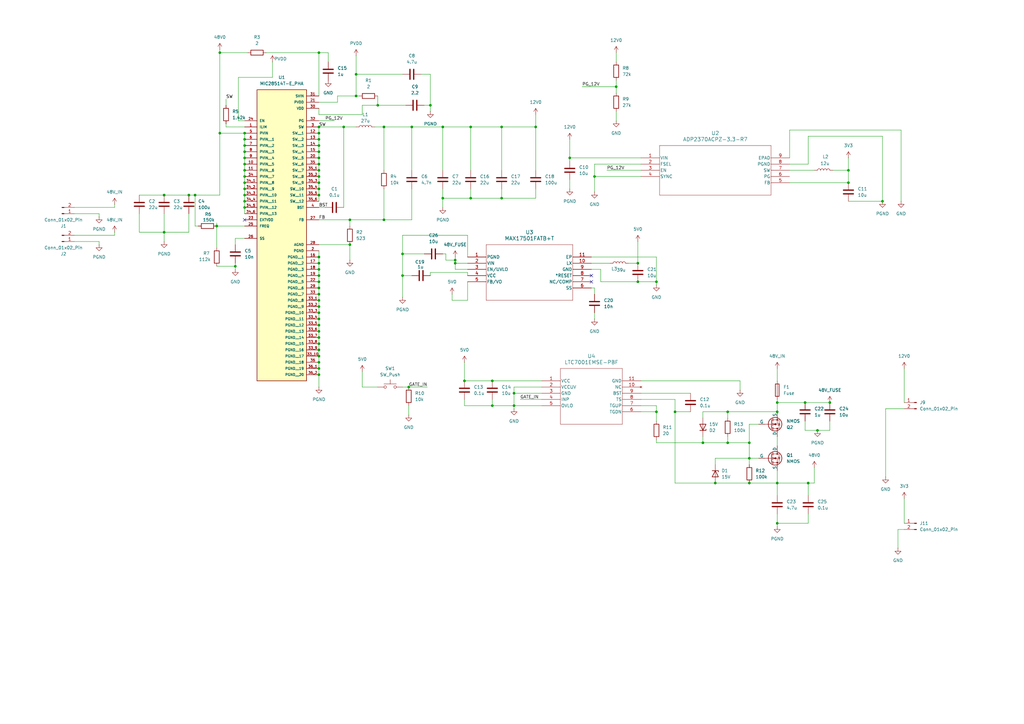
<source format=kicad_sch>
(kicad_sch (version 20250114) (generator "eeschema") (generator_version "9.0")
  (paper "A3")
  (junction (at 190.5 156.21))
  (junction (at 201.93 166.37))
  (junction (at 201.93 156.21))
  (junction (at 276.86 168.91))
  (junction (at 130.81 67.31))
  (junction (at 130.81 105.41))
  (junction (at 100.33 64.77))
  (junction (at 130.81 143.51))
  (junction (at 77.47 80.01))
  (junction (at 130.81 21.59))
  (junction (at 67.31 95.25))
  (junction (at 130.81 133.35))
  (junction (at 233.68 64.77))
  (junction (at 340.36 165.1))
  (junction (at 130.81 54.61))
  (junction (at 307.34 198.12))
  (junction (at 130.81 153.67))
  (junction (at 298.45 168.91))
  (junction (at 130.81 118.11))
  (junction (at 146.05 30.48))
  (junction (at 130.81 77.47))
  (junction (at 269.24 168.91))
  (junction (at 100.33 59.69))
  (junction (at 130.81 138.43))
  (junction (at 90.17 21.59))
  (junction (at 130.81 130.81))
  (junction (at 100.33 69.85))
  (junction (at 165.1 113.03))
  (junction (at 100.33 82.55))
  (junction (at 130.81 64.77))
  (junction (at 193.04 52.07))
  (junction (at 252.73 35.56))
  (junction (at 88.9 92.71))
  (junction (at 90.17 54.61))
  (junction (at 186.69 106.68))
  (junction (at 130.81 72.39))
  (junction (at 205.74 52.07))
  (junction (at 318.77 214.63))
  (junction (at 100.33 54.61))
  (junction (at 100.33 77.47))
  (junction (at 130.81 151.13))
  (junction (at 130.81 80.01))
  (junction (at 219.71 52.07))
  (junction (at 130.81 52.07))
  (junction (at 210.82 166.37))
  (junction (at 100.33 80.01))
  (junction (at 100.33 67.31))
  (junction (at 186.69 107.95))
  (junction (at 165.1 104.14))
  (junction (at 67.31 80.01))
  (junction (at 318.77 198.12))
  (junction (at 100.33 57.15))
  (junction (at 181.61 52.07))
  (junction (at 130.81 62.23))
  (junction (at 335.28 176.53))
  (junction (at 130.81 110.49))
  (junction (at 80.01 80.01))
  (junction (at 140.97 52.07))
  (junction (at 293.37 198.12))
  (junction (at 307.34 187.96))
  (junction (at 347.98 74.93))
  (junction (at 130.81 120.65))
  (junction (at 318.77 168.91))
  (junction (at 347.98 69.85))
  (junction (at 331.47 198.12))
  (junction (at 210.82 161.29))
  (junction (at 130.81 135.89))
  (junction (at 143.51 90.17))
  (junction (at 157.48 52.07))
  (junction (at 100.33 72.39))
  (junction (at 330.2 165.1))
  (junction (at 130.81 146.05))
  (junction (at 130.81 140.97))
  (junction (at 167.64 158.75))
  (junction (at 130.81 107.95))
  (junction (at 130.81 128.27))
  (junction (at 243.84 72.39))
  (junction (at 261.62 107.95))
  (junction (at 193.04 81.28))
  (junction (at 130.81 69.85))
  (junction (at 261.62 115.57))
  (junction (at 181.61 81.28))
  (junction (at 168.91 52.07))
  (junction (at 146.05 39.37))
  (junction (at 143.51 100.33))
  (junction (at 307.34 181.61))
  (junction (at 100.33 74.93))
  (junction (at 130.81 74.93))
  (junction (at 130.81 123.19))
  (junction (at 130.81 57.15))
  (junction (at 318.77 165.1))
  (junction (at 361.95 82.55))
  (junction (at 154.94 43.18))
  (junction (at 100.33 62.23))
  (junction (at 130.81 113.03))
  (junction (at 130.81 59.69))
  (junction (at 298.45 181.61))
  (junction (at 205.74 81.28))
  (junction (at 100.33 85.09))
  (junction (at 130.81 115.57))
  (junction (at 288.29 181.61))
  (junction (at 269.24 115.57))
  (junction (at 130.81 148.59))
  (junction (at 96.52 109.22))
  (junction (at 157.48 90.17))
  (junction (at 176.53 43.18))
  (junction (at 130.81 125.73))
  (no_connect (at 242.57 113.03))
  (no_connect (at 100.33 90.17))
  (no_connect (at 242.57 115.57))
  (wire (pts (xy 205.74 52.07) (xy 219.71 52.07)))
  (wire (pts (xy 97.79 31.75) (xy 97.79 49.53)))
  (wire (pts (xy 303.53 156.21) (xy 303.53 160.02)))
  (wire (pts (xy 252.73 45.72) (xy 252.73 49.53)))
  (wire (pts (xy 130.81 59.69) (xy 130.81 62.23)))
  (wire (pts (xy 153.67 52.07) (xy 157.48 52.07)))
  (wire (pts (xy 30.48 96.52) (xy 46.99 96.52)))
  (wire (pts (xy 269.24 166.37) (xy 269.24 168.91)))
  (wire (pts (xy 276.86 168.91) (xy 283.21 168.91)))
  (wire (pts (xy 176.53 43.18) (xy 173.99 43.18)))
  (wire (pts (xy 80.01 80.01) (xy 80.01 92.71)))
  (wire (pts (xy 130.81 100.33) (xy 143.51 100.33)))
  (wire (pts (xy 57.15 80.01) (xy 67.31 80.01)))
  (wire (pts (xy 186.69 107.95) (xy 186.69 110.49)))
  (wire (pts (xy 90.17 54.61) (xy 90.17 80.01)))
  (wire (pts (xy 146.05 30.48) (xy 146.05 39.37)))
  (wire (pts (xy 100.33 69.85) (xy 100.33 72.39)))
  (wire (pts (xy 176.53 30.48) (xy 176.53 43.18)))
  (wire (pts (xy 165.1 96.52) (xy 165.1 104.14)))
  (wire (pts (xy 222.25 158.75) (xy 210.82 158.75)))
  (wire (pts (xy 88.9 109.22) (xy 96.52 109.22)))
  (wire (pts (xy 276.86 163.83) (xy 276.86 168.91)))
  (wire (pts (xy 242.57 118.11) (xy 243.84 118.11)))
  (wire (pts (xy 96.52 107.95) (xy 96.52 109.22)))
  (wire (pts (xy 248.92 69.85) (xy 262.89 69.85)))
  (wire (pts (xy 363.22 167.64) (xy 363.22 195.58)))
  (wire (pts (xy 191.77 107.95) (xy 186.69 107.95)))
  (wire (pts (xy 80.01 80.01) (xy 90.17 80.01)))
  (wire (pts (xy 80.01 92.71) (xy 81.28 92.71)))
  (wire (pts (xy 30.48 85.09) (xy 46.99 85.09)))
  (wire (pts (xy 210.82 158.75) (xy 210.82 161.29)))
  (wire (pts (xy 368.3 217.17) (xy 368.3 224.79)))
  (wire (pts (xy 340.36 176.53) (xy 335.28 176.53)))
  (wire (pts (xy 154.94 43.18) (xy 154.94 39.37)))
  (wire (pts (xy 323.85 74.93) (xy 347.98 74.93)))
  (wire (pts (xy 318.77 165.1) (xy 318.77 168.91)))
  (wire (pts (xy 92.71 50.8) (xy 92.71 52.07)))
  (wire (pts (xy 130.81 67.31) (xy 130.81 69.85)))
  (wire (pts (xy 130.81 135.89) (xy 130.81 138.43)))
  (wire (pts (xy 130.81 102.87) (xy 130.81 105.41)))
  (wire (pts (xy 143.51 100.33) (xy 143.51 106.68)))
  (wire (pts (xy 96.52 109.22) (xy 96.52 110.49)))
  (wire (pts (xy 101.6 21.59) (xy 90.17 21.59)))
  (wire (pts (xy 307.34 190.5) (xy 307.34 187.96)))
  (wire (pts (xy 97.79 49.53) (xy 100.33 49.53)))
  (wire (pts (xy 185.42 120.65) (xy 185.42 123.19)))
  (wire (pts (xy 130.81 74.93) (xy 130.81 77.47)))
  (wire (pts (xy 246.38 115.57) (xy 261.62 115.57)))
  (wire (pts (xy 193.04 81.28) (xy 205.74 81.28)))
  (wire (pts (xy 146.05 30.48) (xy 165.1 30.48)))
  (wire (pts (xy 233.68 64.77) (xy 233.68 66.04)))
  (wire (pts (xy 88.9 91.44) (xy 88.9 92.71)))
  (wire (pts (xy 257.81 107.95) (xy 261.62 107.95)))
  (wire (pts (xy 130.81 72.39) (xy 130.81 74.93)))
  (wire (pts (xy 318.77 179.07) (xy 318.77 182.88)))
  (wire (pts (xy 67.31 80.01) (xy 77.47 80.01)))
  (wire (pts (xy 138.43 41.91) (xy 130.81 41.91)))
  (wire (pts (xy 130.81 113.03) (xy 130.81 115.57)))
  (wire (pts (xy 40.64 99.06) (xy 40.64 100.33)))
  (wire (pts (xy 165.1 104.14) (xy 173.99 104.14)))
  (wire (pts (xy 201.93 166.37) (xy 210.82 166.37)))
  (wire (pts (xy 172.72 30.48) (xy 176.53 30.48)))
  (wire (pts (xy 186.69 110.49) (xy 191.77 110.49)))
  (wire (pts (xy 181.61 52.07) (xy 181.61 69.85)))
  (wire (pts (xy 146.05 22.86) (xy 146.05 30.48)))
  (wire (pts (xy 130.81 130.81) (xy 130.81 133.35)))
  (wire (pts (xy 130.81 46.99) (xy 148.59 46.99)))
  (wire (pts (xy 157.48 69.85) (xy 157.48 52.07)))
  (wire (pts (xy 167.64 166.37) (xy 167.64 170.18)))
  (wire (pts (xy 201.93 156.21) (xy 222.25 156.21)))
  (wire (pts (xy 147.32 39.37) (xy 146.05 39.37)))
  (wire (pts (xy 252.73 21.59) (xy 252.73 25.4)))
  (wire (pts (xy 262.89 161.29) (xy 283.21 161.29)))
  (wire (pts (xy 181.61 81.28) (xy 193.04 81.28)))
  (wire (pts (xy 181.61 81.28) (xy 181.61 85.09)))
  (wire (pts (xy 130.81 90.17) (xy 143.51 90.17)))
  (wire (pts (xy 330.2 172.72) (xy 330.2 176.53)))
  (wire (pts (xy 318.77 163.83) (xy 318.77 165.1)))
  (wire (pts (xy 243.84 118.11) (xy 243.84 120.65)))
  (wire (pts (xy 92.71 43.18) (xy 92.71 40.64)))
  (wire (pts (xy 181.61 77.47) (xy 181.61 81.28)))
  (wire (pts (xy 96.52 97.79) (xy 100.33 97.79)))
  (wire (pts (xy 130.81 123.19) (xy 130.81 125.73)))
  (wire (pts (xy 369.57 53.34) (xy 369.57 82.55)))
  (wire (pts (xy 46.99 85.09) (xy 46.99 83.82)))
  (wire (pts (xy 331.47 198.12) (xy 334.01 198.12)))
  (wire (pts (xy 190.5 148.59) (xy 190.5 156.21)))
  (wire (pts (xy 276.86 168.91) (xy 276.86 198.12)))
  (wire (pts (xy 130.81 69.85) (xy 130.81 72.39)))
  (wire (pts (xy 347.98 69.85) (xy 341.63 69.85)))
  (wire (pts (xy 100.33 77.47) (xy 100.33 80.01)))
  (wire (pts (xy 157.48 52.07) (xy 168.91 52.07)))
  (wire (pts (xy 130.81 52.07) (xy 140.97 52.07)))
  (wire (pts (xy 165.1 158.75) (xy 167.64 158.75)))
  (wire (pts (xy 130.81 49.53) (xy 137.16 49.53)))
  (wire (pts (xy 100.33 67.31) (xy 100.33 69.85)))
  (wire (pts (xy 157.48 90.17) (xy 157.48 77.47)))
  (wire (pts (xy 130.81 125.73) (xy 130.81 128.27)))
  (wire (pts (xy 168.91 90.17) (xy 157.48 90.17)))
  (wire (pts (xy 130.81 143.51) (xy 130.81 146.05)))
  (wire (pts (xy 100.33 62.23) (xy 100.33 64.77)))
  (wire (pts (xy 100.33 59.69) (xy 100.33 62.23)))
  (wire (pts (xy 191.77 115.57) (xy 191.77 123.19)))
  (wire (pts (xy 261.62 115.57) (xy 269.24 115.57)))
  (wire (pts (xy 246.38 110.49) (xy 246.38 115.57)))
  (wire (pts (xy 219.71 52.07) (xy 219.71 69.85)))
  (wire (pts (xy 331.47 214.63) (xy 318.77 214.63)))
  (wire (pts (xy 219.71 81.28) (xy 219.71 77.47)))
  (wire (pts (xy 191.77 123.19) (xy 185.42 123.19)))
  (wire (pts (xy 109.22 21.59) (xy 130.81 21.59)))
  (wire (pts (xy 269.24 168.91) (xy 262.89 168.91)))
  (wire (pts (xy 143.51 90.17) (xy 157.48 90.17)))
  (wire (pts (xy 323.85 53.34) (xy 323.85 64.77)))
  (wire (pts (xy 331.47 55.88) (xy 331.47 67.31)))
  (wire (pts (xy 100.33 85.09) (xy 100.33 87.63)))
  (wire (pts (xy 193.04 52.07) (xy 193.04 69.85)))
  (wire (pts (xy 130.81 57.15) (xy 130.81 59.69)))
  (wire (pts (xy 130.81 21.59) (xy 134.62 21.59)))
  (wire (pts (xy 370.84 217.17) (xy 368.3 217.17)))
  (wire (pts (xy 347.98 82.55) (xy 361.95 82.55)))
  (wire (pts (xy 340.36 172.72) (xy 340.36 176.53)))
  (wire (pts (xy 269.24 115.57) (xy 269.24 116.84)))
  (wire (pts (xy 318.77 214.63) (xy 318.77 215.9)))
  (wire (pts (xy 77.47 87.63) (xy 77.47 95.25)))
  (wire (pts (xy 165.1 113.03) (xy 168.91 113.03)))
  (wire (pts (xy 130.81 115.57) (xy 130.81 118.11)))
  (wire (pts (xy 298.45 168.91) (xy 318.77 168.91)))
  (wire (pts (xy 77.47 80.01) (xy 80.01 80.01)))
  (wire (pts (xy 130.81 64.77) (xy 130.81 67.31)))
  (wire (pts (xy 130.81 133.35) (xy 130.81 135.89)))
  (wire (pts (xy 191.77 111.76) (xy 191.77 113.03)))
  (wire (pts (xy 167.64 158.75) (xy 175.26 158.75)))
  (wire (pts (xy 130.81 151.13) (xy 130.81 153.67)))
  (wire (pts (xy 182.88 104.14) (xy 182.88 106.68)))
  (wire (pts (xy 193.04 52.07) (xy 205.74 52.07)))
  (wire (pts (xy 130.81 148.59) (xy 130.81 151.13)))
  (wire (pts (xy 130.81 62.23) (xy 130.81 64.77)))
  (wire (pts (xy 182.88 106.68) (xy 186.69 106.68)))
  (wire (pts (xy 323.85 67.31) (xy 331.47 67.31)))
  (wire (pts (xy 165.1 113.03) (xy 165.1 121.92)))
  (wire (pts (xy 293.37 198.12) (xy 307.34 198.12)))
  (wire (pts (xy 130.81 77.47) (xy 130.81 80.01)))
  (wire (pts (xy 201.93 163.83) (xy 201.93 166.37)))
  (wire (pts (xy 67.31 87.63) (xy 67.31 95.25)))
  (wire (pts (xy 298.45 181.61) (xy 307.34 181.61)))
  (wire (pts (xy 205.74 81.28) (xy 219.71 81.28)))
  (wire (pts (xy 370.84 204.47) (xy 370.84 214.63)))
  (wire (pts (xy 57.15 87.63) (xy 57.15 95.25)))
  (wire (pts (xy 140.97 52.07) (xy 146.05 52.07)))
  (wire (pts (xy 330.2 176.53) (xy 335.28 176.53)))
  (wire (pts (xy 233.68 57.15) (xy 233.68 64.77)))
  (wire (pts (xy 191.77 96.52) (xy 165.1 96.52)))
  (wire (pts (xy 148.59 152.4) (xy 148.59 158.75)))
  (wire (pts (xy 288.29 181.61) (xy 298.45 181.61)))
  (wire (pts (xy 190.5 156.21) (xy 201.93 156.21)))
  (wire (pts (xy 130.81 138.43) (xy 130.81 140.97)))
  (wire (pts (xy 288.29 168.91) (xy 298.45 168.91)))
  (wire (pts (xy 243.84 72.39) (xy 243.84 78.74)))
  (wire (pts (xy 311.15 173.99) (xy 307.34 173.99)))
  (wire (pts (xy 40.64 87.63) (xy 40.64 88.9)))
  (wire (pts (xy 210.82 166.37) (xy 210.82 167.64)))
  (wire (pts (xy 293.37 187.96) (xy 293.37 190.5)))
  (wire (pts (xy 323.85 69.85) (xy 334.01 69.85)))
  (wire (pts (xy 130.81 105.41) (xy 130.81 107.95)))
  (wire (pts (xy 168.91 52.07) (xy 181.61 52.07)))
  (wire (pts (xy 146.05 39.37) (xy 138.43 39.37)))
  (wire (pts (xy 130.81 120.65) (xy 130.81 123.19)))
  (wire (pts (xy 288.29 179.07) (xy 288.29 181.61)))
  (wire (pts (xy 193.04 77.47) (xy 193.04 81.28)))
  (wire (pts (xy 168.91 52.07) (xy 168.91 69.85)))
  (wire (pts (xy 30.48 87.63) (xy 40.64 87.63)))
  (wire (pts (xy 90.17 21.59) (xy 90.17 54.61)))
  (wire (pts (xy 331.47 55.88) (xy 361.95 55.88)))
  (wire (pts (xy 130.81 153.67) (xy 130.81 158.75)))
  (wire (pts (xy 100.33 57.15) (xy 100.33 59.69)))
  (wire (pts (xy 30.48 99.06) (xy 40.64 99.06)))
  (wire (pts (xy 130.81 118.11) (xy 130.81 120.65)))
  (wire (pts (xy 100.33 74.93) (xy 100.33 77.47)))
  (wire (pts (xy 334.01 191.77) (xy 334.01 198.12)))
  (wire (pts (xy 243.84 128.27) (xy 243.84 130.81)))
  (wire (pts (xy 219.71 46.99) (xy 219.71 52.07)))
  (wire (pts (xy 262.89 163.83) (xy 276.86 163.83)))
  (wire (pts (xy 307.34 198.12) (xy 318.77 198.12)))
  (wire (pts (xy 88.9 92.71) (xy 100.33 92.71)))
  (wire (pts (xy 168.91 77.47) (xy 168.91 90.17)))
  (wire (pts (xy 176.53 111.76) (xy 191.77 111.76)))
  (wire (pts (xy 111.76 25.4) (xy 111.76 31.75)))
  (wire (pts (xy 276.86 198.12) (xy 293.37 198.12)))
  (wire (pts (xy 318.77 165.1) (xy 330.2 165.1)))
  (wire (pts (xy 242.57 105.41) (xy 269.24 105.41)))
  (wire (pts (xy 205.74 81.28) (xy 205.74 77.47)))
  (wire (pts (xy 67.31 95.25) (xy 67.31 99.06)))
  (wire (pts (xy 262.89 156.21) (xy 303.53 156.21)))
  (wire (pts (xy 154.94 43.18) (xy 166.37 43.18)))
  (wire (pts (xy 130.81 107.95) (xy 130.81 110.49)))
  (wire (pts (xy 331.47 198.12) (xy 331.47 203.2)))
  (wire (pts (xy 298.45 168.91) (xy 298.45 171.45)))
  (wire (pts (xy 252.73 35.56) (xy 252.73 38.1)))
  (wire (pts (xy 186.69 106.68) (xy 186.69 107.95)))
  (wire (pts (xy 176.53 43.18) (xy 176.53 45.72)))
  (wire (pts (xy 243.84 72.39) (xy 262.89 72.39)))
  (wire (pts (xy 134.62 21.59) (xy 134.62 25.4)))
  (wire (pts (xy 269.24 181.61) (xy 288.29 181.61)))
  (wire (pts (xy 323.85 53.34) (xy 369.57 53.34)))
  (wire (pts (xy 233.68 64.77) (xy 262.89 64.77)))
  (wire (pts (xy 242.57 110.49) (xy 246.38 110.49)))
  (wire (pts (xy 138.43 39.37) (xy 138.43 41.91)))
  (wire (pts (xy 318.77 210.82) (xy 318.77 214.63)))
  (wire (pts (xy 165.1 104.14) (xy 165.1 113.03)))
  (wire (pts (xy 190.5 163.83) (xy 190.5 166.37)))
  (wire (pts (xy 181.61 104.14) (xy 182.88 104.14)))
  (wire (pts (xy 318.77 198.12) (xy 318.77 203.2)))
  (wire (pts (xy 298.45 179.07) (xy 298.45 181.61)))
  (wire (pts (xy 130.81 85.09) (xy 133.35 85.09)))
  (wire (pts (xy 307.34 181.61) (xy 307.34 187.96)))
  (wire (pts (xy 307.34 173.99) (xy 307.34 181.61)))
  (wire (pts (xy 148.59 158.75) (xy 154.94 158.75)))
  (wire (pts (xy 130.81 80.01) (xy 130.81 82.55)))
  (wire (pts (xy 130.81 39.37) (xy 130.81 21.59)))
  (wire (pts (xy 243.84 67.31) (xy 243.84 72.39)))
  (wire (pts (xy 67.31 95.25) (xy 77.47 95.25)))
  (wire (pts (xy 191.77 96.52) (xy 191.77 105.41)))
  (wire (pts (xy 318.77 198.12) (xy 331.47 198.12)))
  (wire (pts (xy 307.34 187.96) (xy 293.37 187.96)))
  (wire (pts (xy 370.84 167.64) (xy 363.22 167.64)))
  (wire (pts (xy 100.33 80.01) (xy 100.33 82.55)))
  (wire (pts (xy 88.9 92.71) (xy 88.9 101.6)))
  (wire (pts (xy 130.81 54.61) (xy 130.81 57.15)))
  (wire (pts (xy 347.98 74.93) (xy 347.98 69.85)))
  (wire (pts (xy 130.81 140.97) (xy 130.81 143.51)))
  (wire (pts (xy 238.76 35.56) (xy 252.73 35.56)))
  (wire (pts (xy 100.33 64.77) (xy 100.33 67.31)))
  (wire (pts (xy 130.81 110.49) (xy 130.81 113.03)))
  (wire (pts (xy 190.5 166.37) (xy 201.93 166.37)))
  (wire (pts (xy 140.97 52.07) (xy 140.97 85.09)))
  (wire (pts (xy 242.57 107.95) (xy 250.19 107.95)))
  (wire (pts (xy 210.82 166.37) (xy 222.25 166.37)))
  (wire (pts (xy 154.94 43.18) (xy 148.59 43.18)))
  (wire (pts (xy 130.81 52.07) (xy 130.81 54.61)))
  (wire (pts (xy 176.53 111.76) (xy 176.53 113.03)))
  (wire (pts (xy 193.04 52.07) (xy 181.61 52.07)))
  (wire (pts (xy 233.68 73.66) (xy 233.68 77.47)))
  (wire (pts (xy 307.34 187.96) (xy 311.15 187.96)))
  (wire (pts (xy 331.47 210.82) (xy 331.47 214.63)))
  (wire (pts (xy 97.79 31.75) (xy 111.76 31.75)))
  (wire (pts (xy 130.81 128.27) (xy 130.81 130.81)))
  (wire (pts (xy 361.95 55.88) (xy 361.95 82.55)))
  (wire (pts (xy 243.84 67.31) (xy 262.89 67.31)))
  (wire (pts (xy 347.98 64.77) (xy 347.98 69.85)))
  (wire (pts (xy 262.89 166.37) (xy 269.24 166.37)))
  (wire (pts (xy 57.15 95.25) (xy 67.31 95.25)))
  (wire (pts (xy 288.29 168.91) (xy 288.29 171.45)))
  (wire (pts (xy 205.74 52.07) (xy 205.74 69.85)))
  (wire (pts (xy 186.69 105.41) (xy 186.69 106.68)))
  (wire (pts (xy 90.17 20.32) (xy 90.17 21.59)))
  (wire (pts (xy 210.82 161.29) (xy 210.82 166.37)))
  (wire (pts (xy 213.36 163.83) (xy 222.25 163.83)))
  (wire (pts (xy 330.2 165.1) (xy 340.36 165.1)))
  (wire (pts (xy 130.81 146.05) (xy 130.81 148.59)))
  (wire (pts (xy 92.71 52.07) (xy 100.33 52.07)))
  (wire (pts (xy 370.84 151.13) (xy 370.84 165.1)))
  (wire (pts (xy 100.33 82.55) (xy 100.33 85.09)))
  (wire (pts (xy 46.99 96.52) (xy 46.99 95.25)))
  (wire (pts (xy 261.62 99.06) (xy 261.62 107.95)))
  (wire (pts (xy 269.24 105.41) (xy 269.24 115.57)))
  (wire (pts (xy 210.82 161.29) (xy 222.25 161.29)))
  (wire (pts (xy 269.24 168.91) (xy 269.24 172.72)))
  (wire (pts (xy 143.51 90.17) (xy 143.51 92.71)))
  (wire (pts (xy 318.77 193.04) (xy 318.77 198.12)))
  (wire (pts (xy 318.77 151.13) (xy 318.77 156.21)))
  (wire (pts (xy 90.17 54.61) (xy 100.33 54.61)))
  (wire (pts (xy 100.33 54.61) (xy 100.33 57.15)))
  (wire (pts (xy 269.24 180.34) (xy 269.24 181.61)))
  (wire (pts (xy 252.73 33.02) (xy 252.73 35.56)))
  (wire (pts (xy 130.81 46.99) (xy 130.81 44.45)))
  (wire (pts (xy 96.52 100.33) (xy 96.52 97.79)))
  (wire (pts (xy 148.59 46.99) (xy 148.59 43.18)))
  (wire (pts (xy 100.33 72.39) (xy 100.33 74.93)))
  (label "SW" (at 130.81 52.07 0))
  (label "GATE_IN" (at 213.36 163.83 0))
  (label "PG_12V" (at 238.76 35.56 0))
  (label "SW" (at 92.71 40.64 0))
  (label "PG_12V" (at 248.92 69.85 0))
  (label "PG_12V" (at 133.35 49.53 0))
  (label "BST" (at 130.81 85.09 0))
  (label "GATE_IN" (at 175.26 158.75 180))
  (label "FB" (at 130.81 90.17 0))
  (symbol (lib_id "power:GND") (at 243.84 130.81 0) (unit 1)
    (property "Reference" "#PWR048" (effects (hide yes)))
    (property "Value" "GND" (at 243.84 135.89 0))
    (property "Description" "Power symbol creates a global label with name \"GND\" , ground" (effects (hide yes)))
  )
  (symbol (lib_id "power:+12V") (at 347.98 64.77 0) (unit 1)
    (property "Reference" "#PWR035" (effects (hide yes)))
    (property "Value" "3V3" (at 347.98 59.69 0))
    (property "Description" "Power symbol creates a global label with name \"+12V\"" (effects (hide yes)))
  )
  (symbol (lib_id "Device:C") (at 205.74 73.66 0) (unit 1)
    (property "Reference" "C17" (at 209.55 72.3899 0) (effects (justify left)))
    (property "Value" "22u" (at 209.55 74.9299 0) (effects (justify left)))
    (property "Footprint" "Capacitor_SMD:C_0805_2012Metric" (effects (hide yes)))
    (property "Description" "Unpolarized capacitor" (effects (hide yes)))
  )
  (symbol (lib_id "power:+48V") (at 186.69 105.41 0) (unit 1)
    (property "Reference" "#PWR049" (effects (hide yes)))
    (property "Value" "48V_FUSE" (at 186.69 100.33 0))
    (property "Description" "Power symbol creates a global label with name \"+48V\"" (effects (hide yes)))
  )
  (symbol (lib_id "Device:L") (at 337.82 69.85 90) (unit 1)
    (property "Reference" "L2" (at 338.582 64.262 90))
    (property "Value" "12u" (at 338.328 67.056 90))
    (property "Footprint" "Inductor_SMD:L_0603_1608Metric" (effects (hide yes)))
    (property "Description" "Inductor" (effects (hide yes)))
  )
  (symbol (lib_id "Device:R") (at 167.64 162.56 0) (unit 1)
    (property "Reference" "R10" (at 170.18 161.2899 0) (effects (justify left)))
    (property "Value" "10k" (at 170.18 163.8299 0) (effects (justify left)))
    (property "Footprint" "Resistor_SMD:R_0805_2012Metric" (effects (hide yes)))
    (property "Description" "Resistor" (effects (hide yes)))
  )
  (symbol (lib_id "power:+48V") (at 46.99 83.82 0) (unit 1)
    (property "Reference" "#PWR08" (effects (hide yes)))
    (property "Value" "48V_IN" (at 46.99 78.74 0))
    (property "Description" "Power symbol creates a global label with name \"+48V\"" (effects (hide yes)))
  )
  (symbol (lib_id "Device:C") (at 243.84 124.46 0) (unit 1)
    (property "Reference" "C20" (at 247.65 123.1899 0) (effects (justify left)))
    (property "Value" "10n" (at 247.65 125.7299 0) (effects (justify left)))
    (property "Footprint" "Inductor_SMD:L_0805_2012Metric" (effects (hide yes)))
    (property "Description" "Unpolarized capacitor" (effects (hide yes)))
  )
  (symbol (lib_id "power:VDD") (at 146.05 22.86 0) (unit 1)
    (property "Reference" "#PWR022" (effects (hide yes)))
    (property "Value" "PVDD" (at 146.05 17.78 0))
    (property "Description" "Power symbol creates a global label with name \"VDD\"" (effects (hide yes)))
  )
  (symbol (lib_id "power:+48V") (at 190.5 148.59 0) (unit 1)
    (property "Reference" "#PWR045" (effects (hide yes)))
    (property "Value" "5V0" (at 190.5 143.51 0))
    (property "Description" "Power symbol creates a global label with name \"+48V\"" (effects (hide yes)))
  )
  (symbol (lib_id "Device:C") (at 168.91 73.66 0) (unit 1)
    (property "Reference" "C6" (at 172.72 72.3899 0) (effects (justify left)))
    (property "Value" "4.7n" (at 172.72 74.9299 0) (effects (justify left)))
    (property "Footprint" "Capacitor_SMD:C_0805_2012Metric" (effects (hide yes)))
    (property "Description" "Unpolarized capacitor" (effects (hide yes)))
  )
  (symbol (lib_id "ADP2370ACPZ-3.3-R7 (3V3, 800mA Buck):ADP2370ACPZ-3.3-R7") (at 262.89 64.77 0) (unit 1)
    (property "Reference" "U2" (at 293.37 54.61 0) (effects (font (size 1.524 1.524))))
    (property "Value" "ADP2370ACPZ-3.3-R7" (at 293.37 57.15 0) (effects (font (size 1.524 1.524))))
    (property "Footprint" "ADP2370ACPZ_3_3_R7:CP_8_5_ADI" (effects (hide yes)))
    (property "Datasheet" "https://www.analog.com/media/en/technical-documentation/data-sheets/ADP2370_2371.pdf" (effects (hide yes)))
  )
  (symbol (lib_id "MAX17501FATB_T (5V, 500mA Buck):MAX17501FATB+T") (at 191.77 105.41 0) (unit 1)
    (property "Reference" "U3" (at 217.17 95.25 0) (effects (font (size 1.524 1.524))))
    (property "Value" "MAX17501FATB+T" (at 217.17 97.79 0) (effects (font (size 1.524 1.524))))
    (property "Footprint" "MAX17501FATB_T:21-0429_T1032N&plus_1_MXM" (effects (hide yes)))
    (property "Datasheet" "MAX17501FATB+T" (effects (hide yes)))
  )
  (symbol (lib_id "Device:C") (at 168.91 30.48 90) (unit 1)
    (property "Reference" "C8" (at 168.91 22.86 90))
    (property "Value" "4.7u" (at 168.91 25.4 90))
    (property "Footprint" "Capacitor_SMD:C_0805_2012Metric" (effects (hide yes)))
    (property "Description" "Unpolarized capacitor" (effects (hide yes)))
  )
  (symbol (lib_id "power:+5V") (at 185.42 120.65 0) (unit 1)
    (property "Reference" "#PWR051" (effects (hide yes)))
    (property "Value" "5V0" (at 185.42 115.57 0))
    (property "Description" "Power symbol creates a global label with name \"+5V\"" (effects (hide yes)))
  )
  (symbol (lib_id "power:GND") (at 167.64 170.18 0) (unit 1)
    (property "Reference" "#PWR043" (effects (hide yes)))
    (property "Value" "GND" (at 167.64 175.26 0))
    (property "Description" "Power symbol creates a global label with name \"GND\" , ground" (effects (hide yes)))
  )
  (symbol (lib_id "Device:C") (at 193.04 73.66 0) (unit 1)
    (property "Reference" "C16" (at 196.85 72.3899 0) (effects (justify left)))
    (property "Value" "22u" (at 196.85 74.9299 0) (effects (justify left)))
    (property "Footprint" "Capacitor_SMD:C_0805_2012Metric" (effects (hide yes)))
    (property "Description" "Unpolarized capacitor" (effects (hide yes)))
  )
  (symbol (lib_id "power:GND") (at 363.22 195.58 0) (unit 1)
    (property "Reference" "#PWR037" (effects (hide yes)))
    (property "Value" "GND" (at 363.22 200.66 0))
    (property "Description" "Power symbol creates a global label with name \"GND\" , ground" (effects (hide yes)))
  )
  (symbol (lib_id "Device:C") (at 181.61 73.66 0) (unit 1)
    (property "Reference" "C7" (at 185.42 72.3899 0) (effects (justify left)))
    (property "Value" "22u" (at 185.42 74.9299 0) (effects (justify left)))
    (property "Footprint" "Capacitor_SMD:C_0805_2012Metric" (effects (hide yes)))
    (property "Description" "Unpolarized capacitor" (effects (hide yes)))
  )
  (symbol (lib_id "Device:C") (at 201.93 160.02 0) (unit 1)
    (property "Reference" "C14" (at 205.74 158.7499 0) (effects (justify left)))
    (property "Value" "10u" (at 205.74 161.2899 0) (effects (justify left)))
    (property "Footprint" "Capacitor_SMD:C_0805_2012Metric" (effects (hide yes)))
    (property "Description" "Unpolarized capacitor" (effects (hide yes)))
  )
  (symbol (lib_id "power:GND") (at 335.28 176.53 0) (unit 1)
    (property "Reference" "#PWR053" (effects (hide yes)))
    (property "Value" "PGND" (at 335.28 181.61 0))
    (property "Description" "Power symbol creates a global label with name \"GND\" , ground" (effects (hide yes)))
  )
  (symbol (lib_id "power:+12V") (at 233.68 57.15 0) (unit 1)
    (property "Reference" "#PWR024" (effects (hide yes)))
    (property "Value" "12V0" (at 233.68 52.07 0))
    (property "Description" "Power symbol creates a global label with name \"+12V\"" (effects (hide yes)))
  )
  (symbol (lib_id "power:GND") (at 269.24 116.84 0) (unit 1)
    (property "Reference" "#PWR047" (effects (hide yes)))
    (property "Value" "GND" (at 269.24 121.92 0))
    (property "Description" "Power symbol creates a global label with name \"GND\" , ground" (effects (hide yes)))
  )
  (symbol (lib_id "Device:C") (at 347.98 78.74 0) (unit 1)
    (property "Reference" "C11" (at 351.79 77.4699 0) (effects (justify left)))
    (property "Value" "10u" (at 351.79 80.0099 0) (effects (justify left)))
    (property "Footprint" "Capacitor_SMD:C_0805_2012Metric" (effects (hide yes)))
    (property "Description" "Unpolarized capacitor" (effects (hide yes)))
  )
  (symbol (lib_id "power:GND") (at 303.53 160.02 0) (unit 1)
    (property "Reference" "#PWR033" (effects (hide yes)))
    (property "Value" "GND" (at 303.53 165.1 0))
    (property "Description" "Power symbol creates a global label with name \"GND\" , ground" (effects (hide yes)))
  )
  (symbol (lib_id "Device:L") (at 149.86 52.07 90) (unit 1)
    (property "Reference" "L1" (at 149.86 46.99 90))
    (property "Value" "27u" (at 149.86 49.53 90))
    (property "Footprint" "Inductor_SMD:L_0805_2012Metric" (effects (hide yes)))
    (property "Description" "Inductor" (effects (hide yes)))
  )
  (symbol (lib_id "power:GND") (at 181.61 85.09 0) (unit 1)
    (property "Reference" "#PWR019" (effects (hide yes)))
    (property "Value" "PGND" (at 181.61 90.17 0))
    (property "Description" "Power symbol creates a global label with name \"GND\" , ground" (effects (hide yes)))
  )
  (symbol (lib_id "Device:C") (at 77.47 83.82 0) (unit 1)
    (property "Reference" "C4" (at 81.28 82.5499 0) (effects (justify left)))
    (property "Value" "100u" (at 81.28 85.0899 0) (effects (justify left)))
    (property "Footprint" "EEE_FK1J101P:CAP_EEEFK1J101P" (effects (hide yes)))
    (property "Description" "Unpolarized capacitor" (effects (hide yes)))
  )
  (symbol (lib_id "Simulation_SPICE:NMOS") (at 316.23 173.99 0) (mirror x) (unit 1)
    (property "Reference" "Q2" (at 322.58 175.2601 0) (effects (justify left)))
    (property "Value" "NMOS" (at 322.58 172.7201 0) (effects (justify left)))
    (property "Footprint" "Package_TO_SOT_THT:TO-220-3_Horizontal_TabDown" (effects (hide yes)))
    (property "Datasheet" "https://ngspice.sourceforge.io/docs/ngspice-html-manual/manual.xhtml#cha_MOSFETs" (effects (hide yes)))
    (property "Description" "N-MOSFET transistor, drain/source/gate" (effects (hide yes)))
    (property "Sim.Device" "NMOS" (effects (hide yes)))
    (property "Sim.Type" "VDMOS" (effects (hide yes)))
    (property "Sim.Pins" "1=D 2=G 3=S" (effects (hide yes)))
  )
  (symbol (lib_id "power:GND") (at 318.77 215.9 0) (unit 1)
    (property "Reference" "#PWR054" (effects (hide yes)))
    (property "Value" "PGND" (at 318.77 220.98 0))
    (property "Description" "Power symbol creates a global label with name \"GND\" , ground" (effects (hide yes)))
  )
  (symbol (lib_id "Device:R") (at 88.9 105.41 0) (unit 1)
    (property "Reference" "R7" (at 83.312 103.886 0) (effects (justify left)))
    (property "Value" "112k" (at 81.534 106.426 0) (effects (justify left)))
    (property "Footprint" "Resistor_SMD:R_0805_2012Metric" (effects (hide yes)))
    (property "Description" "Resistor" (effects (hide yes)))
  )
  (symbol (lib_id "power:GND") (at 176.53 45.72 0) (unit 1)
    (property "Reference" "#PWR021" (effects (hide yes)))
    (property "Value" "PGND" (at 176.53 50.8 0))
    (property "Description" "Power symbol creates a global label with name \"GND\" , ground" (effects (hide yes)))
  )
  (symbol (lib_id "Device:C") (at 67.31 83.82 0) (unit 1)
    (property "Reference" "C3" (at 71.12 82.5499 0) (effects (justify left)))
    (property "Value" "22u" (at 71.12 85.0899 0) (effects (justify left)))
    (property "Footprint" "EEE_TG2A220UP:CAP_EEETG2A220UP" (effects (hide yes)))
    (property "Description" "Unpolarized capacitor" (effects (hide yes)))
  )
  (symbol (lib_id "Simulation_SPICE:NMOS") (at 316.23 187.96 0) (unit 1)
    (property "Reference" "Q1" (at 322.58 186.6899 0) (effects (justify left)))
    (property "Value" "NMOS" (at 322.58 189.2299 0) (effects (justify left)))
    (property "Footprint" "Package_TO_SOT_THT:TO-220-3_Horizontal_TabDown" (effects (hide yes)))
    (property "Datasheet" "https://ngspice.sourceforge.io/docs/ngspice-html-manual/manual.xhtml#cha_MOSFETs" (effects (hide yes)))
    (property "Description" "N-MOSFET transistor, drain/source/gate" (effects (hide yes)))
    (property "Sim.Device" "NMOS" (effects (hide yes)))
    (property "Sim.Type" "VDMOS" (effects (hide yes)))
    (property "Sim.Pins" "1=D 2=G 3=S" (effects (hide yes)))
  )
  (symbol (lib_id "power:GND") (at 134.62 33.02 0) (unit 1)
    (property "Reference" "#PWR036" (effects (hide yes)))
    (property "Value" "GND" (at 134.62 38.1 0))
    (property "Description" "Power symbol creates a global label with name \"GND\" , ground" (effects (hide yes)))
  )
  (symbol (lib_id "Device:C") (at 170.18 43.18 90) (unit 1)
    (property "Reference" "C9" (at 170.18 35.56 90))
    (property "Value" "2.2" (at 170.18 38.1 90))
    (property "Footprint" "Capacitor_SMD:C_0805_2012Metric" (effects (hide yes)))
    (property "Description" "Unpolarized capacitor" (effects (hide yes)))
  )
  (symbol (lib_id "Device:C") (at 331.47 207.01 0) (unit 1)
    (property "Reference" "C25" (at 335.28 205.7399 0) (effects (justify left)))
    (property "Value" "0.1u" (at 335.28 208.2799 0) (effects (justify left)))
    (property "Footprint" "Capacitor_SMD:C_0805_2012Metric" (effects (hide yes)))
    (property "Description" "Unpolarized capacitor" (effects (hide yes)))
  )
  (symbol (lib_id "LTC7001EMSE_PBF (Gate Driver):LTC7001EMSE-PBF") (at 222.25 156.21 0) (unit 1)
    (property "Reference" "U4" (at 242.57 146.05 0) (effects (font (size 1.524 1.524))))
    (property "Value" "LTC7001EMSE-PBF" (at 242.57 148.59 0) (effects (font (size 1.524 1.524))))
    (property "Footprint" "LTC7001EMSE_PBF:05-08-1664_ADI" (effects (hide yes)))
    (property "Datasheet" "https://www.analog.com/media/en/technical-documentation/data-sheets/LTC7001.pdf" (effects (hide yes)))
  )
  (symbol (lib_id "Device:C") (at 233.68 69.85 0) (unit 1)
    (property "Reference" "C10" (at 237.49 68.5799 0) (effects (justify left)))
    (property "Value" "10u" (at 237.49 71.1199 0) (effects (justify left)))
    (property "Footprint" "Capacitor_SMD:C_0805_2012Metric" (effects (hide yes)))
    (property "Description" "Unpolarized capacitor" (effects (hide yes)))
  )
  (symbol (lib_id "Device:R") (at 157.48 73.66 0) (unit 1)
    (property "Reference" "R4" (at 160.02 72.3899 0) (effects (justify left)))
    (property "Value" "10k" (at 160.02 74.9299 0) (effects (justify left)))
    (property "Footprint" "Resistor_SMD:R_0805_2012Metric" (effects (hide yes)))
    (property "Description" "Resistor" (effects (hide yes)))
  )
  (symbol (lib_id "Device:R") (at 143.51 96.52 0) (unit 1)
    (property "Reference" "R2" (at 146.05 95.2499 0) (effects (justify left)))
    (property "Value" "523" (at 146.05 97.7899 0) (effects (justify left)))
    (property "Footprint" "Resistor_SMD:R_0805_2012Metric" (effects (hide yes)))
    (property "Description" "Resistor" (effects (hide yes)))
  )
  (symbol (lib_id "Device:R") (at 92.71 46.99 0) (unit 1)
    (property "Reference" "R5" (at 95.25 45.7199 0) (effects (justify left)))
    (property "Value" "1.42k" (at 95.25 48.2599 0) (effects (justify left)))
    (property "Footprint" "Resistor_SMD:R_0805_2012Metric" (effects (hide yes)))
    (property "Description" "Resistor" (effects (hide yes)))
  )
  (symbol (lib_id "Device:R") (at 85.09 92.71 270) (unit 1)
    (property "Reference" "R6" (at 85.344 87.884 90))
    (property "Value" "150k" (at 85.598 90.17 90))
    (property "Footprint" "Resistor_SMD:R_0805_2012Metric" (effects (hide yes)))
    (property "Description" "Resistor" (effects (hide yes)))
  )
  (symbol (lib_id "Device:R") (at 252.73 41.91 0) (unit 1)
    (property "Reference" "R9" (at 255.27 40.6399 0) (effects (justify left)))
    (property "Value" "27k" (at 255.27 43.1799 0) (effects (justify left)))
    (property "Footprint" "Resistor_SMD:R_0805_2012Metric" (effects (hide yes)))
    (property "Description" "Resistor" (effects (hide yes)))
  )
  (symbol (lib_id "power:+12V") (at 370.84 204.47 0) (unit 1)
    (property "Reference" "#PWR041" (effects (hide yes)))
    (property "Value" "3V3" (at 370.84 199.39 0))
    (property "Description" "Power symbol creates a global label with name \"+12V\"" (effects (hide yes)))
  )
  (symbol (lib_id "Device:C") (at 134.62 29.21 0) (unit 1)
    (property "Reference" "C15" (at 138.43 27.9399 0) (effects (justify left)))
    (property "Value" "1u" (at 138.43 30.4799 0) (effects (justify left)))
    (property "Footprint" "Capacitor_SMD:C_0805_2012Metric" (effects (hide yes)))
    (property "Description" "Unpolarized capacitor" (effects (hide yes)))
  )
  (symbol (lib_id "power:+48V") (at 370.84 151.13 0) (unit 1)
    (property "Reference" "#PWR038" (effects (hide yes)))
    (property "Value" "12V0" (at 370.84 146.05 0))
    (property "Description" "Power symbol creates a global label with name \"+48V\"" (effects (hide yes)))
  )
  (symbol (lib_id "power:GND") (at 368.3 224.79 0) (unit 1)
    (property "Reference" "#PWR040" (effects (hide yes)))
    (property "Value" "GND" (at 368.3 229.87 0))
    (property "Description" "Power symbol creates a global label with name \"GND\" , ground" (effects (hide yes)))
  )
  (symbol (lib_id "Device:R") (at 105.41 21.59 90) (unit 1)
    (property "Reference" "R3" (at 105.41 15.24 90))
    (property "Value" "2" (at 105.41 17.78 90))
    (property "Footprint" "Resistor_SMD:R_0805_2012Metric" (effects (hide yes)))
    (property "Description" "Resistor" (effects (hide yes)))
  )
  (symbol (lib_id "power:GND") (at 369.57 82.55 0) (unit 1)
    (property "Reference" "#PWR026" (effects (hide yes)))
    (property "Value" "GND" (at 369.57 87.63 0))
    (property "Description" "Power symbol creates a global label with name \"GND\" , ground" (effects (hide yes)))
  )
  (symbol (lib_id "Device:D_Zener") (at 288.29 175.26 270) (mirror x) (unit 1)
    (property "Reference" "D2" (at 290.83 176.5301 90) (effects (justify left)))
    (property "Value" "15V" (at 290.83 173.9901 90) (effects (justify left)))
    (property "Footprint" "Diode_SMD:D_SOD-123" (effects (hide yes)))
    (property "Description" "Zener diode" (effects (hide yes)))
  )
  (symbol (lib_id "Connector:Conn_01x02_Pin") (at 375.92 214.63 0) (mirror y) (unit 1)
    (property "Reference" "J11" (at 377.19 214.6299 0) (effects (justify right)))
    (property "Value" "Conn_01x02_Pin" (at 377.19 217.1699 0) (effects (justify right)))
    (property "Footprint" "Connector_JST:JST_PH_B2B-PH-SM4-TB_1x02-1MP_P2.00mm_Vertical" (effects (hide yes)))
    (property "Description" "Generic connector, single row, 01x02, script generated" (effects (hide yes)))
  )
  (symbol (lib_id "Device:R") (at 298.45 175.26 0) (unit 1)
    (property "Reference" "R13" (at 300.99 173.9899 0) (effects (justify left)))
    (property "Value" "100k" (at 300.99 176.5299 0) (effects (justify left)))
    (property "Footprint" "Resistor_SMD:R_0805_2012Metric" (effects (hide yes)))
    (property "Description" "Resistor" (effects (hide yes)))
  )
  (symbol (lib_id "Device:C") (at 219.71 73.66 0) (unit 1)
    (property "Reference" "C18" (at 223.52 72.3899 0) (effects (justify left)))
    (property "Value" "100u" (at 223.52 74.9299 0) (effects (justify left)))
    (property "Footprint" "Capacitor_SMD:C_1206_3216Metric" (effects (hide yes)))
    (property "Description" "Unpolarized capacitor" (effects (hide yes)))
  )
  (symbol (lib_id "Device:C") (at 330.2 168.91 0) (unit 1)
    (property "Reference" "C22" (at 334.01 167.6399 0) (effects (justify left)))
    (property "Value" "1u" (at 334.01 170.1799 0) (effects (justify left)))
    (property "Footprint" "Capacitor_SMD:C_0805_2012Metric" (effects (hide yes)))
    (property "Description" "Unpolarized capacitor" (effects (hide yes)))
  )
  (symbol (lib_id "power:+48V") (at 318.77 151.13 0) (unit 1)
    (property "Reference" "#PWR052" (effects (hide yes)))
    (property "Value" "48V_IN" (at 318.77 146.05 0))
    (property "Description" "Power symbol creates a global label with name \"+48V\"" (effects (hide yes)))
  )
  (symbol (lib_id "MIC28514T-E_PHA (5A, Adj, Buck):MIC28514T-E_PHA") (at 115.57 57.15 0) (unit 1)
    (property "Reference" "U1" (at 115.57 31.75 0))
    (property "Value" "MIC28514T-E_PHA" (at 115.57 34.29 0))
    (property "Footprint" "MIC28514T_E_PHA (2):CONV_MIC28514T-E_PHA" (effects (hide yes)))
    (property "PARTREV" "E" (effects (hide yes)))
    (property "MF" "Microchip" (effects (hide yes)))
    (property "STANDARD" "Manufacturer Recommendations" (effects (hide yes)))
  )
  (symbol (lib_id "Connector:Conn_01x02_Pin") (at 25.4 87.63 0) (mirror x) (unit 1)
    (property "Reference" "J1" (at 26.035 92.71 0))
    (property "Value" "Conn_01x02_Pin" (at 26.035 90.17 0))
    (property "Footprint" "Connector_AMASS:AMASS_XT30U-M_1x02_P5.0mm_Vertical" (effects (hide yes)))
    (property "Description" "Generic connector, single row, 01x02, script generated" (effects (hide yes)))
  )
  (symbol (lib_id "power:+12V") (at 219.71 46.99 0) (unit 1)
    (property "Reference" "#PWR017" (effects (hide yes)))
    (property "Value" "12V0" (at 219.71 41.91 0))
    (property "Description" "Power symbol creates a global label with name \"+12V\"" (effects (hide yes)))
  )
  (symbol (lib_id "power:GND") (at 96.52 110.49 0) (unit 1)
    (property "Reference" "#PWR018" (effects (hide yes)))
    (property "Value" "GND" (at 96.52 115.57 0))
    (property "Description" "Power symbol creates a global label with name \"GND\" , ground" (effects (hide yes)))
  )
  (symbol (lib_id "Device:C") (at 318.77 207.01 0) (unit 1)
    (property "Reference" "C23" (at 322.58 205.7399 0) (effects (justify left)))
    (property "Value" "4.7u" (at 322.58 208.2799 0) (effects (justify left)))
    (property "Footprint" "Capacitor_SMD:C_0805_2012Metric" (effects (hide yes)))
    (property "Description" "Unpolarized capacitor" (effects (hide yes)))
  )
  (symbol (lib_id "Connector:Conn_01x02_Pin") (at 25.4 99.06 0) (mirror x) (unit 1)
    (property "Reference" "J2" (at 26.035 104.14 0))
    (property "Value" "Conn_01x02_Pin" (at 26.035 101.6 0))
    (property "Footprint" "Connector_AMASS:AMASS_XT30U-M_1x02_P5.0mm_Vertical" (effects (hide yes)))
    (property "Description" "Generic connector, single row, 01x02, script generated" (effects (hide yes)))
  )
  (symbol (lib_id "Device:C") (at 190.5 160.02 0) (unit 1)
    (property "Reference" "C13" (at 194.31 158.7499 0) (effects (justify left)))
    (property "Value" "0.1u" (at 194.31 161.2899 0) (effects (justify left)))
    (property "Footprint" "Capacitor_SMD:C_0805_2012Metric" (effects (hide yes)))
    (property "Description" "Unpolarized capacitor" (effects (hide yes)))
  )
  (symbol (lib_id "Device:C") (at 177.8 104.14 270) (unit 1)
    (property "Reference" "C26" (at 177.8 96.52 90))
    (property "Value" "10u" (at 177.8 99.06 90))
    (property "Footprint" "Capacitor_SMD:C_0805_2012Metric" (effects (hide yes)))
    (property "Description" "Unpolarized capacitor" (effects (hide yes)))
  )
  (symbol (lib_id "power:GND") (at 67.31 99.06 0) (unit 1)
    (property "Reference" "#PWR016" (effects (hide yes)))
    (property "Value" "PGND" (at 67.31 104.14 0))
    (property "Description" "Power symbol creates a global label with name \"GND\" , ground" (effects (hide yes)))
  )
  (symbol (lib_id "Device:R") (at 269.24 176.53 0) (unit 1)
    (property "Reference" "R11" (at 271.78 175.2599 0) (effects (justify left)))
    (property "Value" "20" (at 271.78 177.7999 0) (effects (justify left)))
    (property "Footprint" "Resistor_SMD:R_0805_2012Metric" (effects (hide yes)))
    (property "Description" "Resistor" (effects (hide yes)))
  )
  (symbol (lib_id "Device:R") (at 307.34 194.31 0) (unit 1)
    (property "Reference" "R12" (at 309.88 193.0399 0) (effects (justify left)))
    (property "Value" "100k" (at 309.88 195.5799 0) (effects (justify left)))
    (property "Footprint" "Resistor_SMD:R_0805_2012Metric" (effects (hide yes)))
    (property "Description" "Resistor" (effects (hide yes)))
  )
  (symbol (lib_id "power:GND") (at 40.64 88.9 0) (unit 1)
    (property "Reference" "#PWR02" (effects (hide yes)))
    (property "Value" "PGND" (at 40.64 93.98 0))
    (property "Description" "Power symbol creates a global label with name \"GND\" , ground" (effects (hide yes)))
  )
  (symbol (lib_id "Device:C") (at 96.52 104.14 0) (unit 1)
    (property "Reference" "C5" (at 100.33 102.8699 0) (effects (justify left)))
    (property "Value" "10n" (at 100.33 105.4099 0) (effects (justify left)))
    (property "Footprint" "Capacitor_SMD:C_0805_2012Metric" (effects (hide yes)))
    (property "Description" "Unpolarized capacitor" (effects (hide yes)))
  )
  (symbol (lib_id "Device:C") (at 283.21 165.1 0) (unit 1)
    (property "Reference" "C12" (at 287.02 163.8299 0) (effects (justify left)))
    (property "Value" "0.1u" (at 287.02 166.3699 0) (effects (justify left)))
    (property "Footprint" "Capacitor_SMD:C_0805_2012Metric" (effects (hide yes)))
    (property "Description" "Unpolarized capacitor" (effects (hide yes)))
  )
  (symbol (lib_id "Device:C") (at 340.36 168.91 0) (unit 1)
    (property "Reference" "C24" (at 344.17 167.6399 0) (effects (justify left)))
    (property "Value" "10u" (at 344.17 170.1799 0) (effects (justify left)))
    (property "Footprint" "Capacitor_SMD:C_0805_2012Metric" (effects (hide yes)))
    (property "Description" "Unpolarized capacitor" (effects (hide yes)))
  )
  (symbol (lib_id "power:GNDA") (at 143.51 106.68 0) (unit 1)
    (property "Reference" "#PWR015" (effects (hide yes)))
    (property "Value" "GND" (at 143.51 111.76 0))
    (property "Description" "Power symbol creates a global label with name \"GNDA\" , analog ground" (effects (hide yes)))
  )
  (symbol (lib_id "Device:L") (at 254 107.95 90) (unit 1)
    (property "Reference" "L3" (at 251.968 110.236 90))
    (property "Value" "39u" (at 254.762 110.744 90))
    (property "Footprint" "Inductor_SMD:L_0805_2012Metric" (effects (hide yes)))
    (property "Description" "Inductor" (effects (hide yes)))
  )
  (symbol (lib_id "Device:C") (at 137.16 85.09 90) (unit 1)
    (property "Reference" "C1" (at 137.16 77.47 90))
    (property "Value" "0.1u" (at 137.16 80.01 90))
    (property "Footprint" "Capacitor_SMD:C_0805_2012Metric" (effects (hide yes)))
    (property "Description" "Unpolarized capacitor" (effects (hide yes)))
  )
  (symbol (lib_id "power:+48V") (at 340.36 165.1 0) (unit 1)
    (property "Reference" "#PWR06" (effects (hide yes)))
    (property "Value" "48V_FUSE" (at 340.36 160.02 0))
    (property "Description" "Power symbol creates a global label with name \"+48V\"" (effects (hide yes)))
  )
  (symbol (lib_id "power:GND") (at 130.81 158.75 0) (unit 1)
    (property "Reference" "#PWR04" (effects (hide yes)))
    (property "Value" "PGND" (at 130.81 163.83 0))
    (property "Description" "Power symbol creates a global label with name \"GND\" , ground" (effects (hide yes)))
  )
  (symbol (lib_id "power:+48V") (at 46.99 95.25 0) (unit 1)
    (property "Reference" "#PWR09" (effects (hide yes)))
    (property "Value" "48V_IN" (at 46.99 90.17 0))
    (property "Description" "Power symbol creates a global label with name \"+48V\"" (effects (hide yes)))
  )
  (symbol (lib_id "power:GND") (at 40.64 100.33 0) (unit 1)
    (property "Reference" "#PWR03" (effects (hide yes)))
    (property "Value" "PGND" (at 40.64 105.41 0))
    (property "Description" "Power symbol creates a global label with name \"GND\" , ground" (effects (hide yes)))
  )
  (symbol (lib_id "Connector:Conn_01x02_Pin") (at 375.92 165.1 0) (mirror y) (unit 1)
    (property "Reference" "J9" (at 377.19 165.0999 0) (effects (justify right)))
    (property "Value" "Conn_01x02_Pin" (at 377.19 167.6399 0) (effects (justify right)))
    (property "Footprint" "Connector_JST:JST_PH_B2B-PH-SM4-TB_1x02-1MP_P2.00mm_Vertical" (effects (hide yes)))
    (property "Description" "Generic connector, single row, 01x02, script generated" (effects (hide yes)))
  )
  (symbol (lib_id "Device:C") (at 57.15 83.82 0) (unit 1)
    (property "Reference" "C2" (at 60.96 82.5499 0) (effects (justify left)))
    (property "Value" "22u" (at 60.96 85.0899 0) (effects (justify left)))
    (property "Footprint" "EEE_TG2A220UP:CAP_EEETG2A220UP" (effects (hide yes)))
    (property "Description" "Unpolarized capacitor" (effects (hide yes)))
  )
  (symbol (lib_id "Device:R") (at 252.73 29.21 0) (unit 1)
    (property "Reference" "R8" (at 255.27 27.9399 0) (effects (justify left)))
    (property "Value" "72k" (at 255.27 30.4799 0) (effects (justify left)))
    (property "Footprint" "Resistor_SMD:R_0805_2012Metric" (effects (hide yes)))
    (property "Description" "Resistor" (effects (hide yes)))
  )
  (symbol (lib_id "power:VDD") (at 111.76 25.4 0) (unit 1)
    (property "Reference" "#PWR023" (effects (hide yes)))
    (property "Value" "PVDD" (at 115.062 24.13 0))
    (property "Description" "Power symbol creates a global label with name \"VDD\"" (effects (hide yes)))
  )
  (symbol (lib_id "power:+12V") (at 252.73 21.59 0) (unit 1)
    (property "Reference" "#PWR027" (effects (hide yes)))
    (property "Value" "12V0" (at 252.73 16.51 0))
    (property "Description" "Power symbol creates a global label with name \"+12V\"" (effects (hide yes)))
  )
  (symbol (lib_id "Device:C") (at 261.62 111.76 0) (unit 1)
    (property "Reference" "C21" (at 265.43 110.4899 0) (effects (justify left)))
    (property "Value" "10u" (at 265.43 113.0299 0) (effects (justify left)))
    (property "Footprint" "Capacitor_SMD:C_0805_2012Metric" (effects (hide yes)))
    (property "Description" "Unpolarized capacitor" (effects (hide yes)))
  )
  (symbol (lib_id "power:GND") (at 252.73 49.53 0) (unit 1)
    (property "Reference" "#PWR028" (effects (hide yes)))
    (property "Value" "GND" (at 252.73 54.61 0))
    (property "Description" "Power symbol creates a global label with name \"GND\" , ground" (effects (hide yes)))
  )
  (symbol (lib_id "power:GND") (at 165.1 121.92 0) (unit 1)
    (property "Reference" "#PWR046" (effects (hide yes)))
    (property "Value" "PGND" (at 165.1 127 0))
    (property "Description" "Power symbol creates a global label with name \"GND\" , ground" (effects (hide yes)))
  )
  (symbol (lib_id "power:GND") (at 243.84 78.74 0) (unit 1)
    (property "Reference" "#PWR034" (effects (hide yes)))
    (property "Value" "GND" (at 243.84 83.82 0))
    (property "Description" "Power symbol creates a global label with name \"GND\" , ground" (effects (hide yes)))
  )
  (symbol (lib_id "power:+48V") (at 334.01 191.77 0) (unit 1)
    (property "Reference" "#PWR055" (effects (hide yes)))
    (property "Value" "48V0" (at 334.01 186.69 0))
    (property "Description" "Power symbol creates a global label with name \"+48V\"" (effects (hide yes)))
  )
  (symbol (lib_id "power:GND") (at 210.82 167.64 0) (unit 1)
    (property "Reference" "#PWR042" (effects (hide yes)))
    (property "Value" "GND" (at 210.82 172.72 0))
    (property "Description" "Power symbol creates a global label with name \"GND\" , ground" (effects (hide yes)))
  )
  (symbol (lib_id "power:+48V") (at 261.62 99.06 0) (unit 1)
    (property "Reference" "#PWR050" (effects (hide yes)))
    (property "Value" "5V0" (at 261.62 93.98 0))
    (property "Description" "Power symbol creates a global label with name \"+48V\"" (effects (hide yes)))
  )
  (symbol (lib_id "Device:R") (at 151.13 39.37 90) (unit 1)
    (property "Reference" "R1" (at 151.13 33.02 90))
    (property "Value" "2" (at 151.13 35.56 90))
    (property "Footprint" "Resistor_SMD:R_0805_2012Metric" (effects (hide yes)))
    (property "Description" "Resistor" (effects (hide yes)))
  )
  (symbol (lib_id "Device:Fuse") (at 318.77 160.02 0) (unit 1)
    (property "Reference" "F1" (at 321.31 158.7499 0) (effects (justify left)))
    (property "Value" "Fuse" (at 321.31 161.2899 0) (effects (justify left)))
    (property "Footprint" "Fuse:Fuse_1206_3216Metric" (effects (hide yes)))
    (property "Description" "Fuse" (effects (hide yes)))
  )
  (symbol (lib_id "power:+48V") (at 148.59 152.4 0) (unit 1)
    (property "Reference" "#PWR044" (effects (hide yes)))
    (property "Value" "5V0" (at 148.59 147.32 0))
    (property "Description" "Power symbol creates a global label with name \"+48V\"" (effects (hide yes)))
  )
  (symbol (lib_id "power:+48V") (at 90.17 20.32 0) (unit 1)
    (property "Reference" "#PWR01" (effects (hide yes)))
    (property "Value" "48V0" (at 90.17 15.24 0))
    (property "Description" "Power symbol creates a global label with name \"+48V\"" (effects (hide yes)))
  )
  (symbol (lib_id "power:GND") (at 361.95 82.55 0) (unit 1)
    (property "Reference" "#PWR025" (effects (hide yes)))
    (property "Value" "PGND" (at 361.95 87.63 0))
    (property "Description" "Power symbol creates a global label with name \"GND\" , ground" (effects (hide yes)))
  )
  (symbol (lib_id "power:GND") (at 233.68 77.47 0) (unit 1)
    (property "Reference" "#PWR029" (effects (hide yes)))
    (property "Value" "PGND" (at 233.68 82.55 0))
    (property "Description" "Power symbol creates a global label with name \"GND\" , ground" (effects (hide yes)))
  )
  (symbol (lib_id "Device:D_Zener") (at 293.37 194.31 270) (unit 1)
    (property "Reference" "D1" (at 295.91 193.0399 90) (effects (justify left)))
    (property "Value" "15V" (at 295.91 195.5799 90) (effects (justify left)))
    (property "Footprint" "Diode_SMD:D_SOD-123" (effects (hide yes)))
    (property "Description" "Zener diode" (effects (hide yes)))
  )
  (symbol (lib_id "Switch:SW_Push") (at 160.02 158.75 0) (unit 1)
    (property "Reference" "SW1" (at 160.02 151.13 0))
    (property "Value" "SW_Push" (at 160.02 153.67 0))
    (property "Footprint" "Connector_JST:JST_PH_B2B-PH-SM4-TB_1x02-1MP_P2.00mm_Vertical" (effects (hide yes)))
    (property "Description" "Push button switch, generic, two pins" (effects (hide yes)))
  )
  (symbol (lib_id "Device:C") (at 172.72 113.03 90) (unit 1)
    (property "Reference" "C19" (at 172.212 107.442 90))
    (property "Value" "1u" (at 172.466 109.474 90))
    (property "Footprint" "Capacitor_SMD:C_0805_2012Metric" (effects (hide yes)))
    (property "Description" "Unpolarized capacitor" (effects (hide yes)))
  )
)
</source>
